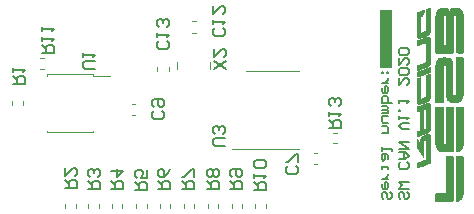
<source format=gbo>
G04 Layer_Color=32896*
%FSLAX25Y25*%
%MOIN*%
G70*
G01*
G75*
%ADD33C,0.00472*%
%ADD34C,0.00600*%
%ADD56C,0.00100*%
%ADD57C,0.00701*%
%ADD58R,0.04429X0.19193*%
D33*
X87146Y44098D02*
X91654D01*
Y70083D02*
X109370D01*
X91654Y44098D02*
X109370D01*
X23071Y74311D02*
X24370D01*
X23071Y70768D02*
X24370D01*
X13681Y58504D02*
Y59803D01*
X17224Y58504D02*
Y59803D01*
X40846Y68287D02*
X46339D01*
X25492D02*
Y68799D01*
X40846D01*
Y68287D02*
Y68799D01*
X25492Y49508D02*
Y50020D01*
Y49508D02*
X40846D01*
Y50020D01*
X120610Y45866D02*
X121909D01*
X120610Y49409D02*
X121909D01*
X78962Y24213D02*
Y25512D01*
X82506Y24213D02*
Y25512D01*
X86862Y24213D02*
Y25512D01*
X90405Y24213D02*
Y25512D01*
X94762Y24213D02*
Y25512D01*
X98305Y24213D02*
Y25512D01*
X70862Y24213D02*
Y25512D01*
X74405Y24213D02*
Y25512D01*
X62862Y24213D02*
Y25512D01*
X66405Y24213D02*
Y25512D01*
X55062Y24213D02*
Y25512D01*
X58605Y24213D02*
Y25512D01*
X34905Y24213D02*
Y25512D01*
X31362Y24213D02*
Y25512D01*
X39062Y24213D02*
Y25512D01*
X42606Y24213D02*
Y25512D01*
X46862Y24213D02*
Y25512D01*
X50406Y24213D02*
Y25512D01*
X114331Y42638D02*
X115394D01*
X114331Y38858D02*
X115394D01*
X53602Y58976D02*
X54665D01*
X53602Y55197D02*
X54665D01*
X79593Y70651D02*
Y72974D01*
X68648Y70651D02*
Y72974D01*
X73642Y86457D02*
X74980D01*
X73642Y82441D02*
X74980D01*
X66083Y69980D02*
Y71319D01*
X62067Y69980D02*
Y71319D01*
D34*
X85101Y70669D02*
X81102Y73335D01*
X85101D02*
X81102Y70669D01*
Y77334D02*
Y74668D01*
X83768Y77334D01*
X84435D01*
X85101Y76667D01*
Y75335D01*
X84435Y74668D01*
X65340Y80008D02*
X66007Y79342D01*
Y78009D01*
X65340Y77342D01*
X62674D01*
X62008Y78009D01*
Y79342D01*
X62674Y80008D01*
X62008Y81341D02*
Y82674D01*
Y82008D01*
X66007D01*
X65340Y81341D01*
Y84674D02*
X66007Y85340D01*
Y86673D01*
X65340Y87339D01*
X64674D01*
X64007Y86673D01*
Y86006D01*
Y86673D01*
X63341Y87339D01*
X62674D01*
X62008Y86673D01*
Y85340D01*
X62674Y84674D01*
X84139Y84359D02*
X84806Y83692D01*
Y82359D01*
X84139Y81693D01*
X81473D01*
X80807Y82359D01*
Y83692D01*
X81473Y84359D01*
X80807Y85692D02*
Y87024D01*
Y86358D01*
X84806D01*
X84139Y85692D01*
X80807Y91690D02*
Y89024D01*
X83473Y91690D01*
X84139D01*
X84806Y91023D01*
Y89690D01*
X84139Y89024D01*
X84609Y45079D02*
X81277D01*
X80610Y45745D01*
Y47078D01*
X81277Y47745D01*
X84609D01*
X83943Y49077D02*
X84609Y49744D01*
Y51077D01*
X83943Y51743D01*
X83276D01*
X82610Y51077D01*
Y50410D01*
Y51077D01*
X81943Y51743D01*
X81277D01*
X80610Y51077D01*
Y49744D01*
X81277Y49077D01*
X94291Y30413D02*
X98290D01*
Y32413D01*
X97624Y33079D01*
X96291D01*
X95624Y32413D01*
Y30413D01*
Y31746D02*
X94291Y33079D01*
Y34412D02*
Y35745D01*
Y35078D01*
X98290D01*
X97624Y34412D01*
Y37744D02*
X98290Y38411D01*
Y39744D01*
X97624Y40410D01*
X94958D01*
X94291Y39744D01*
Y38411D01*
X94958Y37744D01*
X97624D01*
X86417Y30512D02*
X90416D01*
Y32511D01*
X89750Y33178D01*
X88417D01*
X87750Y32511D01*
Y30512D01*
Y31845D02*
X86417Y33178D01*
X87084Y34510D02*
X86417Y35177D01*
Y36510D01*
X87084Y37176D01*
X89750D01*
X90416Y36510D01*
Y35177D01*
X89750Y34510D01*
X89083D01*
X88417Y35177D01*
Y37176D01*
X78839Y30512D02*
X82837D01*
Y32511D01*
X82171Y33178D01*
X80838D01*
X80172Y32511D01*
Y30512D01*
Y31845D02*
X78839Y33178D01*
X82171Y34510D02*
X82837Y35177D01*
Y36510D01*
X82171Y37176D01*
X81504D01*
X80838Y36510D01*
X80172Y37176D01*
X79505D01*
X78839Y36510D01*
Y35177D01*
X79505Y34510D01*
X80172D01*
X80838Y35177D01*
X81504Y34510D01*
X82171D01*
X80838Y35177D02*
Y36510D01*
X70374Y30512D02*
X74373D01*
Y32511D01*
X73706Y33178D01*
X72373D01*
X71707Y32511D01*
Y30512D01*
Y31845D02*
X70374Y33178D01*
X74373Y34510D02*
Y37176D01*
X73706D01*
X71040Y34510D01*
X70374D01*
X62500Y30512D02*
X66499D01*
Y32511D01*
X65832Y33178D01*
X64499D01*
X63833Y32511D01*
Y30512D01*
Y31845D02*
X62500Y33178D01*
X66499Y37176D02*
X65832Y35843D01*
X64499Y34510D01*
X63166D01*
X62500Y35177D01*
Y36510D01*
X63166Y37176D01*
X63833D01*
X64499Y36510D01*
Y34510D01*
X54724Y30413D02*
X58723D01*
Y32413D01*
X58057Y33079D01*
X56724D01*
X56057Y32413D01*
Y30413D01*
Y31746D02*
X54724Y33079D01*
X58723Y37078D02*
Y34412D01*
X56724D01*
X57390Y35745D01*
Y36411D01*
X56724Y37078D01*
X55391D01*
X54724Y36411D01*
Y35078D01*
X55391Y34412D01*
X46555Y30512D02*
X50554D01*
Y32511D01*
X49887Y33178D01*
X48555D01*
X47888Y32511D01*
Y30512D01*
Y31845D02*
X46555Y33178D01*
Y36510D02*
X50554D01*
X48555Y34510D01*
Y37176D01*
X38976Y30610D02*
X42975D01*
Y32610D01*
X42309Y33276D01*
X40976D01*
X40309Y32610D01*
Y30610D01*
Y31943D02*
X38976Y33276D01*
X42309Y34609D02*
X42975Y35275D01*
Y36608D01*
X42309Y37275D01*
X41642D01*
X40976Y36608D01*
Y35942D01*
Y36608D01*
X40309Y37275D01*
X39643D01*
X38976Y36608D01*
Y35275D01*
X39643Y34609D01*
X31398Y30906D02*
X35396D01*
Y32905D01*
X34730Y33571D01*
X33397D01*
X32730Y32905D01*
Y30906D01*
Y32238D02*
X31398Y33571D01*
Y37570D02*
Y34904D01*
X34063Y37570D01*
X34730D01*
X35396Y36904D01*
Y35571D01*
X34730Y34904D01*
X108352Y38394D02*
X109018Y37728D01*
Y36395D01*
X108352Y35728D01*
X105686D01*
X105020Y36395D01*
Y37728D01*
X105686Y38394D01*
X109018Y39727D02*
Y42393D01*
X108352D01*
X105686Y39727D01*
X105020D01*
X63765Y56701D02*
X64432Y56035D01*
Y54702D01*
X63765Y54035D01*
X61099D01*
X60433Y54702D01*
Y56035D01*
X61099Y56701D01*
Y58034D02*
X60433Y58701D01*
Y60034D01*
X61099Y60700D01*
X63765D01*
X64432Y60034D01*
Y58701D01*
X63765Y58034D01*
X63099D01*
X62432Y58701D01*
Y60700D01*
X13878Y65453D02*
X17877D01*
Y67452D01*
X17210Y68119D01*
X15877D01*
X15211Y67452D01*
Y65453D01*
Y66786D02*
X13878Y68119D01*
Y69451D02*
Y70784D01*
Y70118D01*
X17877D01*
X17210Y69451D01*
X23524Y75787D02*
X27522D01*
Y77787D01*
X26856Y78453D01*
X25523D01*
X24857Y77787D01*
Y75787D01*
Y77120D02*
X23524Y78453D01*
Y79786D02*
Y81119D01*
Y80453D01*
X27522D01*
X26856Y79786D01*
X23524Y83118D02*
Y84451D01*
Y83785D01*
X27522D01*
X26856Y83118D01*
X119488Y50984D02*
X123487D01*
Y52984D01*
X122820Y53650D01*
X121487D01*
X120821Y52984D01*
Y50984D01*
Y52317D02*
X119488Y53650D01*
Y54983D02*
Y56316D01*
Y55649D01*
X123487D01*
X122820Y54983D01*
Y58315D02*
X123487Y58982D01*
Y60315D01*
X122820Y60981D01*
X122154D01*
X121487Y60315D01*
Y59648D01*
Y60315D01*
X120821Y60981D01*
X120155D01*
X119488Y60315D01*
Y58982D01*
X120155Y58315D01*
X41203Y70571D02*
X37871D01*
X37205Y71237D01*
Y72570D01*
X37871Y73237D01*
X41203D01*
X37205Y74570D02*
Y75902D01*
Y75236D01*
X41203D01*
X40537Y74570D01*
D56*
X158721Y26710D02*
Y41510D01*
X163920Y28810D02*
Y41410D01*
Y45310D02*
Y57910D01*
Y61810D02*
Y74410D01*
Y76110D02*
Y88810D01*
X163821Y28410D02*
Y41510D01*
Y44910D02*
Y58010D01*
Y61410D02*
Y74510D01*
Y76110D02*
Y89210D01*
X163721Y28210D02*
Y41510D01*
Y44710D02*
Y58010D01*
Y61210D02*
Y74510D01*
Y76010D02*
Y89510D01*
X163620Y28010D02*
Y41510D01*
Y44410D02*
Y58010D01*
Y61010D02*
Y74510D01*
Y76010D02*
Y89710D01*
X163521Y27810D02*
Y41510D01*
Y44310D02*
Y58010D01*
Y60810D02*
Y74510D01*
Y76010D02*
Y89910D01*
X163420Y27610D02*
Y41510D01*
Y44110D02*
Y58010D01*
Y60610D02*
Y74510D01*
Y76010D02*
Y90010D01*
X163321Y27510D02*
Y41510D01*
Y44010D02*
Y58010D01*
Y60510D02*
Y74510D01*
Y76010D02*
Y90210D01*
X163221Y27410D02*
Y41510D01*
Y43910D02*
Y58010D01*
Y60310D02*
Y74510D01*
Y76010D02*
Y90310D01*
X163120Y27310D02*
Y41510D01*
Y43810D02*
Y58010D01*
Y60210D02*
Y74510D01*
Y76010D02*
Y90410D01*
X163021Y27210D02*
Y41510D01*
Y43710D02*
Y58010D01*
Y60110D02*
Y74510D01*
Y76010D02*
Y90510D01*
X162920Y27110D02*
Y41510D01*
Y43610D02*
Y58010D01*
Y60010D02*
Y74510D01*
Y76010D02*
Y90610D01*
X162820Y27010D02*
Y41510D01*
Y43510D02*
Y58010D01*
Y60010D02*
Y74510D01*
Y76010D02*
Y90610D01*
X162721Y26910D02*
Y41510D01*
Y43410D02*
Y58010D01*
Y59910D02*
Y74510D01*
Y76010D02*
Y90710D01*
X162620Y26910D02*
Y41510D01*
Y43410D02*
Y58010D01*
Y59810D02*
Y74510D01*
Y76010D02*
Y90710D01*
X162521Y26810D02*
Y41510D01*
Y43310D02*
Y58010D01*
Y59810D02*
Y74510D01*
Y76010D02*
Y90810D01*
X162420Y26810D02*
Y41510D01*
Y43310D02*
Y58010D01*
Y59710D02*
Y74510D01*
Y76010D02*
Y90810D01*
X162320Y26710D02*
Y41510D01*
Y43210D02*
Y58010D01*
Y59710D02*
Y74510D01*
Y76010D02*
Y90910D01*
X162221Y26710D02*
Y41510D01*
Y43210D02*
Y58010D01*
Y59710D02*
Y74510D01*
Y76110D02*
Y90910D01*
X162120Y26710D02*
Y41510D01*
Y43210D02*
Y58010D01*
Y59610D02*
Y74510D01*
Y76110D02*
Y90910D01*
X162021Y26710D02*
Y41510D01*
Y43110D02*
Y58010D01*
Y59610D02*
Y74510D01*
Y76110D02*
Y90910D01*
X161920Y26710D02*
Y41510D01*
Y43110D02*
Y58010D01*
Y59610D02*
Y74510D01*
Y76110D02*
Y90910D01*
X161820Y26710D02*
Y41510D01*
Y43110D02*
Y58010D01*
Y59610D02*
Y74510D01*
Y76110D02*
Y90910D01*
X161721Y26710D02*
Y41510D01*
Y43110D02*
Y58010D01*
Y59610D02*
Y74510D01*
Y76110D02*
Y90910D01*
X161620Y26710D02*
Y41510D01*
Y43110D02*
Y58010D01*
Y59610D02*
Y74410D01*
Y76110D02*
Y90910D01*
X161521Y26810D02*
Y41310D01*
Y43210D02*
Y57810D01*
Y59610D02*
Y74310D01*
Y76310D02*
Y90910D01*
X161421Y59610D02*
Y62010D01*
Y88510D02*
Y90910D01*
X161320Y59610D02*
Y62010D01*
Y88510D02*
Y90910D01*
X161221Y59610D02*
Y62010D01*
Y88510D02*
Y90910D01*
X161120Y59610D02*
Y62010D01*
Y88510D02*
Y90910D01*
X161021Y59610D02*
Y62010D01*
Y88510D02*
Y90910D01*
X160921Y59610D02*
Y62010D01*
Y88510D02*
Y90910D01*
X160820Y59610D02*
Y62010D01*
Y88510D02*
Y90910D01*
X160721Y59610D02*
Y62010D01*
Y88510D02*
Y90910D01*
X160620Y59610D02*
Y62010D01*
Y88410D02*
Y90910D01*
X160521Y26810D02*
Y41410D01*
Y43210D02*
Y57910D01*
Y59610D02*
Y62010D01*
Y76210D02*
Y90910D01*
X160421Y26710D02*
Y41510D01*
Y43110D02*
Y58010D01*
Y59610D02*
Y72510D01*
Y76110D02*
Y90910D01*
X160320Y26710D02*
Y41510D01*
Y43110D02*
Y58010D01*
Y59610D02*
Y72910D01*
Y76110D02*
Y90910D01*
X160221Y26710D02*
Y41510D01*
Y43110D02*
Y58010D01*
Y59610D02*
Y73210D01*
Y76010D02*
Y90910D01*
X160120Y26710D02*
Y41510D01*
Y43110D02*
Y58010D01*
Y59610D02*
Y73410D01*
Y76010D02*
Y90910D01*
X160020Y26710D02*
Y41510D01*
Y43110D02*
Y58010D01*
Y59610D02*
Y73610D01*
Y76010D02*
Y90810D01*
X159921Y26710D02*
Y41510D01*
Y43110D02*
Y58010D01*
Y59610D02*
Y73810D01*
Y76010D02*
Y90710D01*
X159820Y26710D02*
Y41510D01*
Y43110D02*
Y58010D01*
Y59710D02*
Y73910D01*
Y76010D02*
Y90610D01*
X159721Y26710D02*
Y41510D01*
Y43110D02*
Y58010D01*
Y59710D02*
Y74010D01*
Y76010D02*
Y90510D01*
X159620Y26710D02*
Y41510D01*
Y43110D02*
Y58010D01*
Y59710D02*
Y74110D01*
Y76010D02*
Y90310D01*
X159520Y26710D02*
Y41510D01*
Y43110D02*
Y58010D01*
Y59810D02*
Y74210D01*
Y76010D02*
Y90110D01*
X159421Y26710D02*
Y41510D01*
Y43110D02*
Y58010D01*
Y59810D02*
Y74210D01*
Y76010D02*
Y89910D01*
X159320Y26710D02*
Y41510D01*
Y43110D02*
Y58010D01*
Y59910D02*
Y74310D01*
Y76010D02*
Y89810D01*
X159221Y26710D02*
Y41510D01*
Y43110D02*
Y58010D01*
Y60010D02*
Y74310D01*
Y76010D02*
Y90010D01*
X159121Y26710D02*
Y41510D01*
Y43110D02*
Y58010D01*
Y60110D02*
Y74410D01*
Y76010D02*
Y90310D01*
X159020Y26710D02*
Y41510D01*
Y43110D02*
Y58010D01*
Y60210D02*
Y74410D01*
Y76010D02*
Y90510D01*
X158921Y26710D02*
Y41510D01*
Y43110D02*
Y58010D01*
Y60310D02*
Y74410D01*
Y76010D02*
Y90610D01*
X158820Y26710D02*
Y41510D01*
Y43110D02*
Y58010D01*
Y60410D02*
Y74410D01*
Y76010D02*
Y90710D01*
X158721Y43110D02*
Y58010D01*
Y60610D02*
Y74410D01*
Y76010D02*
Y90810D01*
X158621Y26710D02*
Y41510D01*
Y43110D02*
Y58010D01*
Y60710D02*
Y74410D01*
Y76010D02*
Y90910D01*
X158520Y26710D02*
Y41510D01*
Y43110D02*
Y58010D01*
Y61010D02*
Y74410D01*
Y76010D02*
Y90910D01*
X158421Y26710D02*
Y41510D01*
Y43110D02*
Y58010D01*
Y61210D02*
Y74410D01*
Y76010D02*
Y90910D01*
X158320Y26710D02*
Y41410D01*
Y43110D02*
Y57910D01*
Y61710D02*
Y74410D01*
Y76010D02*
Y78610D01*
Y88410D02*
Y90910D01*
X158221Y26710D02*
Y29110D01*
Y43110D02*
Y45510D01*
Y71910D02*
Y74410D01*
Y76010D02*
Y78510D01*
Y88510D02*
Y90910D01*
X158121Y26710D02*
Y29110D01*
Y43110D02*
Y45510D01*
Y72010D02*
Y74510D01*
Y76010D02*
Y78510D01*
Y88510D02*
Y90910D01*
X158020Y26710D02*
Y29110D01*
Y43110D02*
Y45510D01*
Y72010D02*
Y74510D01*
Y76010D02*
Y78510D01*
Y88510D02*
Y90910D01*
X157921Y26710D02*
Y29110D01*
Y43110D02*
Y45510D01*
Y72010D02*
Y74510D01*
Y76010D02*
Y78510D01*
Y88510D02*
Y90910D01*
X157820Y26710D02*
Y29110D01*
Y43110D02*
Y45510D01*
Y72010D02*
Y74510D01*
Y76010D02*
Y78510D01*
Y88510D02*
Y90910D01*
X157720Y26710D02*
Y29110D01*
Y43110D02*
Y45510D01*
Y72010D02*
Y74510D01*
Y76010D02*
Y78510D01*
Y88510D02*
Y90910D01*
X157621Y26710D02*
Y29110D01*
Y43110D02*
Y45510D01*
Y72010D02*
Y74510D01*
Y76010D02*
Y78510D01*
Y88510D02*
Y90910D01*
X157520Y26710D02*
Y29110D01*
Y43110D02*
Y45510D01*
Y72010D02*
Y74510D01*
Y76010D02*
Y78510D01*
Y88510D02*
Y90910D01*
X157421Y26710D02*
Y29110D01*
Y43110D02*
Y45510D01*
Y72010D02*
Y74510D01*
Y76010D02*
Y78510D01*
Y88510D02*
Y90910D01*
X157320Y26710D02*
Y29110D01*
Y43110D02*
Y45910D01*
Y47710D02*
Y57810D01*
Y71910D02*
Y74410D01*
Y76010D02*
Y78510D01*
Y88510D02*
Y90910D01*
X157220Y26710D02*
Y29110D01*
Y43110D02*
Y57910D01*
Y59710D02*
Y74410D01*
Y76010D02*
Y90910D01*
X157121Y26710D02*
Y29110D01*
Y43110D02*
Y58010D01*
Y59610D02*
Y74410D01*
Y76010D02*
Y90910D01*
X157020Y26710D02*
Y29110D01*
Y43110D02*
Y58010D01*
Y59610D02*
Y74410D01*
Y76010D02*
Y90910D01*
X156921Y26710D02*
Y29110D01*
Y43110D02*
Y58010D01*
Y59610D02*
Y74410D01*
Y76010D02*
Y90910D01*
X156820Y26710D02*
Y29110D01*
Y43110D02*
Y58010D01*
Y59610D02*
Y74410D01*
Y76010D02*
Y90910D01*
X156720Y26710D02*
Y29110D01*
Y43210D02*
Y58010D01*
Y59610D02*
Y74410D01*
Y76010D02*
Y90910D01*
X156621Y26710D02*
Y29110D01*
Y43210D02*
Y58010D01*
Y59610D02*
Y74410D01*
Y76010D02*
Y90910D01*
X156520Y26710D02*
Y29110D01*
Y43210D02*
Y58010D01*
Y59610D02*
Y74410D01*
Y76010D02*
Y90910D01*
X156421Y26710D02*
Y29110D01*
Y43210D02*
Y58010D01*
Y59610D02*
Y74410D01*
Y76010D02*
Y90810D01*
X156321Y26710D02*
Y29110D01*
Y43310D02*
Y58010D01*
Y59610D02*
Y74310D01*
Y76010D02*
Y90810D01*
X156220Y26710D02*
Y29110D01*
Y43310D02*
Y58010D01*
Y59610D02*
Y74310D01*
Y76010D02*
Y90810D01*
X156121Y26710D02*
Y29110D01*
Y43410D02*
Y58010D01*
Y59610D02*
Y74210D01*
Y76010D02*
Y90710D01*
X156020Y26710D02*
Y29110D01*
Y43410D02*
Y58010D01*
Y59610D02*
Y74210D01*
Y76010D02*
Y90710D01*
X155921Y26710D02*
Y29110D01*
Y43510D02*
Y58010D01*
Y59610D02*
Y74110D01*
Y76010D02*
Y90610D01*
X155821Y26710D02*
Y29110D01*
Y43610D02*
Y58010D01*
Y59610D02*
Y74110D01*
Y76010D02*
Y90510D01*
X155720Y26710D02*
Y29110D01*
Y43710D02*
Y58010D01*
Y59610D02*
Y74010D01*
Y76010D02*
Y90510D01*
X155621Y26710D02*
Y29110D01*
Y43810D02*
Y58010D01*
Y59610D02*
Y73910D01*
Y76010D02*
Y90410D01*
X155520Y26710D02*
Y29110D01*
Y43910D02*
Y58010D01*
Y59610D02*
Y73810D01*
Y76010D02*
Y90310D01*
X155420Y26710D02*
Y29110D01*
Y44010D02*
Y58010D01*
Y59610D02*
Y73710D01*
Y76010D02*
Y90110D01*
X155321Y26710D02*
Y29110D01*
Y44210D02*
Y58010D01*
Y59610D02*
Y73510D01*
Y76010D02*
Y90010D01*
X155220Y26710D02*
Y29110D01*
Y44310D02*
Y58010D01*
Y59610D02*
Y73310D01*
Y76010D02*
Y89810D01*
X155121Y26710D02*
Y29110D01*
Y44510D02*
Y58010D01*
Y59610D02*
Y73110D01*
Y76010D02*
Y89610D01*
X155020Y26710D02*
Y29110D01*
Y44810D02*
Y58010D01*
Y59610D02*
Y72810D01*
Y76110D02*
Y89310D01*
X154920Y26710D02*
Y29110D01*
Y45110D02*
Y58010D01*
Y59610D02*
Y72510D01*
Y76110D02*
Y89010D01*
X154821Y26710D02*
Y29010D01*
Y45610D02*
Y57910D01*
Y59710D02*
Y71910D01*
Y76210D02*
Y88410D01*
X153021Y39510D02*
Y48410D01*
Y50610D02*
Y58810D01*
Y61010D02*
Y69010D01*
Y69710D02*
Y71210D01*
Y72710D02*
Y80710D01*
Y83110D02*
Y90910D01*
X152920Y39310D02*
Y48510D01*
Y50410D02*
Y58910D01*
Y60810D02*
Y69010D01*
Y69610D02*
Y71210D01*
Y72410D02*
Y80910D01*
Y82810D02*
Y90910D01*
X152821Y39310D02*
Y48610D01*
Y50210D02*
Y59010D01*
Y60610D02*
Y69010D01*
Y69610D02*
Y71110D01*
Y72210D02*
Y81010D01*
Y82610D02*
Y90910D01*
X152720Y39210D02*
Y48710D01*
Y50110D02*
Y59110D01*
Y60510D02*
Y68910D01*
Y69510D02*
Y71110D01*
Y72110D02*
Y81110D01*
Y82510D02*
Y90910D01*
X152620Y39210D02*
Y48710D01*
Y49910D02*
Y59110D01*
Y60410D02*
Y68910D01*
Y69510D02*
Y71010D01*
Y71910D02*
Y81210D01*
Y82410D02*
Y90910D01*
X152521Y39210D02*
Y48810D01*
Y49810D02*
Y59210D01*
Y60310D02*
Y68810D01*
Y69510D02*
Y71010D01*
Y71810D02*
Y81210D01*
Y82210D02*
Y90910D01*
X152420Y39110D02*
Y48810D01*
Y49710D02*
Y59310D01*
Y60210D02*
Y68810D01*
Y69410D02*
Y71010D01*
Y71710D02*
Y81310D01*
Y82110D02*
Y90810D01*
X152321Y39110D02*
Y48810D01*
Y49610D02*
Y59310D01*
Y60110D02*
Y68810D01*
Y69410D02*
Y70910D01*
Y71610D02*
Y81310D01*
Y82010D02*
Y90810D01*
X152220Y39110D02*
Y48810D01*
Y49510D02*
Y59310D01*
Y60010D02*
Y68710D01*
Y69310D02*
Y70910D01*
Y71510D02*
Y81310D01*
Y81910D02*
Y90810D01*
X152120Y39010D02*
Y48810D01*
Y49510D02*
Y59310D01*
Y59910D02*
Y68710D01*
Y69310D02*
Y70910D01*
Y71510D02*
Y81310D01*
Y81910D02*
Y90710D01*
X152021Y39010D02*
Y48810D01*
Y49410D02*
Y59310D01*
Y59910D02*
Y68710D01*
Y69310D02*
Y70810D01*
Y71410D02*
Y81310D01*
Y81810D02*
Y90710D01*
X151920Y39010D02*
Y48810D01*
Y49410D02*
Y59210D01*
Y59810D02*
Y68610D01*
Y69210D02*
Y70810D01*
Y71410D02*
Y81210D01*
Y81810D02*
Y90610D01*
X151821Y38910D02*
Y48810D01*
Y49310D02*
Y59210D01*
Y59810D02*
Y68510D01*
Y69210D02*
Y70810D01*
Y71310D02*
Y81210D01*
Y81810D02*
Y90510D01*
X151720Y38910D02*
Y40510D01*
Y47110D02*
Y48710D01*
Y49310D02*
Y50910D01*
Y57610D02*
Y59110D01*
Y59710D02*
Y61410D01*
Y69210D02*
Y70710D01*
Y71310D02*
Y73010D01*
Y79610D02*
Y81210D01*
Y81710D02*
Y83410D01*
X151620Y38810D02*
Y40410D01*
Y47110D02*
Y48710D01*
Y49310D02*
Y50810D01*
Y57610D02*
Y59110D01*
Y59710D02*
Y61310D01*
Y69110D02*
Y70710D01*
Y71310D02*
Y72810D01*
Y79610D02*
Y81110D01*
Y81710D02*
Y83210D01*
X151521Y38810D02*
Y40410D01*
Y47110D02*
Y48610D01*
Y49310D02*
Y50810D01*
Y57510D02*
Y59110D01*
Y59610D02*
Y61210D01*
Y69110D02*
Y70610D01*
Y71210D02*
Y72810D01*
Y79510D02*
Y81110D01*
Y81710D02*
Y83210D01*
X151420Y38810D02*
Y40310D01*
Y47110D02*
Y48610D01*
Y49210D02*
Y50710D01*
Y57510D02*
Y59010D01*
Y59610D02*
Y61210D01*
Y69110D02*
Y70610D01*
Y71210D02*
Y72810D01*
Y79510D02*
Y81110D01*
Y81610D02*
Y83210D01*
X151321Y38710D02*
Y40310D01*
Y47010D02*
Y48610D01*
Y49210D02*
Y50710D01*
Y57510D02*
Y59010D01*
Y59610D02*
Y61110D01*
Y69010D02*
Y70610D01*
Y71210D02*
Y72710D01*
Y79510D02*
Y81010D01*
Y81610D02*
Y83110D01*
X151221Y38710D02*
Y40210D01*
Y47010D02*
Y48510D01*
Y49110D02*
Y50710D01*
Y57410D02*
Y59010D01*
Y59510D02*
Y61110D01*
Y69010D02*
Y70510D01*
Y71110D02*
Y72710D01*
Y79410D02*
Y81010D01*
Y81510D02*
Y83110D01*
X151120Y38710D02*
Y40210D01*
Y46910D02*
Y48510D01*
Y49110D02*
Y50610D01*
Y57410D02*
Y58910D01*
Y59510D02*
Y61110D01*
Y68910D02*
Y70510D01*
Y71110D02*
Y72710D01*
Y79410D02*
Y80910D01*
Y81510D02*
Y83110D01*
X151021Y38610D02*
Y40210D01*
Y46910D02*
Y48510D01*
Y49110D02*
Y50610D01*
Y57310D02*
Y58910D01*
Y59510D02*
Y61010D01*
Y68910D02*
Y70510D01*
Y71110D02*
Y72610D01*
Y79410D02*
Y80910D01*
Y81510D02*
Y83010D01*
Y90110D02*
Y90310D01*
X150920Y38610D02*
Y40110D01*
Y46810D02*
Y48410D01*
Y49010D02*
Y50610D01*
Y57310D02*
Y58910D01*
Y59410D02*
Y61010D01*
Y68910D02*
Y70410D01*
Y71010D02*
Y72610D01*
Y79310D02*
Y80910D01*
Y81410D02*
Y83010D01*
Y89710D02*
Y90310D01*
X150821Y38510D02*
Y40110D01*
Y41410D02*
Y48410D01*
Y49010D02*
Y58810D01*
Y59410D02*
Y61010D01*
Y68810D02*
Y70410D01*
Y71010D02*
Y72510D01*
Y79310D02*
Y80810D01*
Y81410D02*
Y83010D01*
Y89510D02*
Y90210D01*
X150721Y38510D02*
Y40110D01*
Y41410D02*
Y48310D01*
Y49010D02*
Y58810D01*
Y59410D02*
Y60910D01*
Y68810D02*
Y70310D01*
Y71010D02*
Y72510D01*
Y79210D02*
Y80810D01*
Y81410D02*
Y82910D01*
Y89210D02*
Y90210D01*
X150620Y38510D02*
Y40010D01*
Y41510D02*
Y48310D01*
Y48910D02*
Y58710D01*
Y59310D02*
Y60910D01*
Y68810D02*
Y70310D01*
Y70910D02*
Y72510D01*
Y79210D02*
Y80810D01*
Y81310D02*
Y82910D01*
Y89010D02*
Y90110D01*
X150521Y38410D02*
Y40010D01*
Y41710D02*
Y48210D01*
Y48910D02*
Y58710D01*
Y59310D02*
Y60810D01*
Y68710D02*
Y70310D01*
Y70910D02*
Y72410D01*
Y79210D02*
Y80710D01*
Y81310D02*
Y82810D01*
Y88810D02*
Y90110D01*
X150420Y38410D02*
Y40010D01*
Y41810D02*
Y48110D01*
Y48810D02*
Y58710D01*
Y59210D02*
Y60810D01*
Y68710D02*
Y70210D01*
Y70910D02*
Y72410D01*
Y79110D02*
Y80710D01*
Y81310D02*
Y82810D01*
Y88610D02*
Y90110D01*
X150320Y38410D02*
Y39910D01*
Y42010D02*
Y48010D01*
Y48810D02*
Y58610D01*
Y59210D02*
Y60810D01*
Y68610D02*
Y70210D01*
Y70810D02*
Y72410D01*
Y79110D02*
Y80610D01*
Y81210D02*
Y82810D01*
Y88510D02*
Y90010D01*
X150221Y38310D02*
Y39910D01*
Y42210D02*
Y47910D01*
Y48810D02*
Y58610D01*
Y59210D02*
Y60710D01*
Y68610D02*
Y70210D01*
Y70810D02*
Y72310D01*
Y79110D02*
Y80610D01*
Y81210D02*
Y82710D01*
Y88410D02*
Y90010D01*
X150120Y38310D02*
Y39910D01*
Y42310D02*
Y47810D01*
Y48710D02*
Y58610D01*
Y59110D02*
Y60710D01*
Y68610D02*
Y70110D01*
Y70710D02*
Y72310D01*
Y79010D02*
Y80610D01*
Y81110D02*
Y82710D01*
Y88410D02*
Y90010D01*
X150021Y38310D02*
Y39810D01*
Y42510D02*
Y47610D01*
Y48710D02*
Y58510D01*
Y59110D02*
Y60710D01*
Y68510D02*
Y70110D01*
Y70710D02*
Y72310D01*
Y79010D02*
Y80510D01*
Y81110D02*
Y82710D01*
Y88410D02*
Y89910D01*
X149920Y38210D02*
Y39810D01*
Y42710D02*
Y47410D01*
Y48710D02*
Y58510D01*
Y59110D02*
Y60610D01*
Y68510D02*
Y70110D01*
Y70710D02*
Y72210D01*
Y78910D02*
Y80510D01*
Y81110D02*
Y82610D01*
Y88310D02*
Y89910D01*
X149820Y38210D02*
Y39710D01*
Y42810D02*
Y47110D01*
Y48610D02*
Y58410D01*
Y59010D02*
Y67810D01*
Y68510D02*
Y70010D01*
Y70610D02*
Y72210D01*
Y78910D02*
Y80510D01*
Y81010D02*
Y89910D01*
X149721Y38110D02*
Y39710D01*
Y43010D02*
Y45710D01*
Y48610D02*
Y58410D01*
Y59010D02*
Y67810D01*
Y68410D02*
Y70010D01*
Y70610D02*
Y72110D01*
Y78910D02*
Y80410D01*
Y81010D02*
Y89810D01*
X149620Y38110D02*
Y39710D01*
Y43110D02*
Y45810D01*
Y48510D02*
Y58410D01*
Y59010D02*
Y67810D01*
Y68410D02*
Y69910D01*
Y70610D02*
Y72110D01*
Y78810D02*
Y80410D01*
Y81010D02*
Y89810D01*
X149521Y38110D02*
Y39610D01*
Y43310D02*
Y45910D01*
Y48510D02*
Y50110D01*
Y56710D02*
Y58310D01*
Y58910D02*
Y67810D01*
Y68410D02*
Y69910D01*
Y70510D02*
Y72110D01*
Y78810D02*
Y80310D01*
Y80910D02*
Y89810D01*
X149420Y38010D02*
Y39610D01*
Y43410D02*
Y46110D01*
Y48510D02*
Y50010D01*
Y56710D02*
Y58310D01*
Y58910D02*
Y67710D01*
Y68310D02*
Y69910D01*
Y70510D02*
Y72010D01*
Y78810D02*
Y80310D01*
Y80910D02*
Y89710D01*
X149320Y38010D02*
Y39610D01*
Y43610D02*
Y46310D01*
Y48410D02*
Y50010D01*
Y56710D02*
Y58310D01*
Y58910D02*
Y67710D01*
Y68310D02*
Y69810D01*
Y70410D02*
Y72010D01*
Y78710D02*
Y80310D01*
Y80910D02*
Y89710D01*
X149221Y38010D02*
Y39510D01*
Y43710D02*
Y46410D01*
Y48410D02*
Y50010D01*
Y56710D02*
Y58210D01*
Y59010D02*
Y67710D01*
Y68210D02*
Y69810D01*
Y70410D02*
Y72010D01*
Y78710D02*
Y80210D01*
Y80910D02*
Y89610D01*
X149120Y37910D02*
Y39510D01*
Y43910D02*
Y46610D01*
Y48410D02*
Y49910D01*
Y56610D02*
Y58210D01*
Y59010D02*
Y67610D01*
Y68210D02*
Y69810D01*
Y70410D02*
Y71910D01*
Y78710D02*
Y80210D01*
Y81010D02*
Y89610D01*
X149021Y37910D02*
Y39410D01*
Y44010D02*
Y46710D01*
Y48310D02*
Y49910D01*
Y56610D02*
Y58110D01*
Y59010D02*
Y67610D01*
Y68210D02*
Y69710D01*
Y70310D02*
Y71910D01*
Y78610D02*
Y80210D01*
Y81010D02*
Y89610D01*
X148921Y37910D02*
Y39410D01*
Y44110D02*
Y46910D01*
Y48310D02*
Y49910D01*
Y56610D02*
Y58110D01*
Y59110D02*
Y67610D01*
Y68110D02*
Y69710D01*
Y70310D02*
Y71810D01*
Y78610D02*
Y80110D01*
Y81110D02*
Y89510D01*
X148820Y37810D02*
Y39410D01*
Y44310D02*
Y47010D01*
Y48310D02*
Y49810D01*
Y56510D02*
Y58110D01*
Y59210D02*
Y67510D01*
Y68110D02*
Y69610D01*
Y70210D02*
Y71810D01*
Y78510D02*
Y80110D01*
Y81110D02*
Y89510D01*
X148721Y37810D02*
Y39310D01*
Y44510D02*
Y47210D01*
Y48210D02*
Y49810D01*
Y56510D02*
Y58010D01*
Y59310D02*
Y67510D01*
Y68110D02*
Y69610D01*
Y70210D02*
Y71810D01*
Y78510D02*
Y80110D01*
Y81210D02*
Y89510D01*
X148620Y37810D02*
Y39310D01*
Y44810D02*
Y47210D01*
Y48310D02*
Y49710D01*
Y56510D02*
Y57910D01*
Y59410D02*
Y67410D01*
Y68110D02*
Y69510D01*
Y70210D02*
Y71710D01*
Y78510D02*
Y80010D01*
Y81410D02*
Y89410D01*
D57*
X145307Y29622D02*
X145857Y29072D01*
Y27972D01*
X145307Y27423D01*
X144757D01*
X144208Y27972D01*
Y29072D01*
X143658Y29622D01*
X143108D01*
X142559Y29072D01*
Y27972D01*
X143108Y27423D01*
X145857Y30721D02*
X142559D01*
X143658Y31820D01*
X142559Y32920D01*
X145857D01*
X145307Y39516D02*
X145857Y38966D01*
Y37867D01*
X145307Y37317D01*
X143108D01*
X142559Y37867D01*
Y38966D01*
X143108Y39516D01*
X142559Y40615D02*
X144757D01*
X145857Y41715D01*
X144757Y42814D01*
X142559D01*
X144208D01*
Y40615D01*
X142559Y43913D02*
X145857D01*
X142559Y46112D01*
X145857D01*
Y50510D02*
X143658D01*
X142559Y51609D01*
X143658Y52709D01*
X145857D01*
X142559Y53808D02*
Y54907D01*
Y54358D01*
X145857D01*
X145307Y53808D01*
X142559Y56556D02*
X143108D01*
Y57106D01*
X142559D01*
Y56556D01*
Y59305D02*
Y60404D01*
Y59855D01*
X145857D01*
X145307Y59305D01*
X142559Y67550D02*
Y65351D01*
X144757Y67550D01*
X145307D01*
X145857Y67001D01*
Y65901D01*
X145307Y65351D01*
Y68650D02*
X145857Y69199D01*
Y70299D01*
X145307Y70848D01*
X143108D01*
X142559Y70299D01*
Y69199D01*
X143108Y68650D01*
X145307D01*
X142559Y74146D02*
Y71948D01*
X144757Y74146D01*
X145307D01*
X145857Y73597D01*
Y72497D01*
X145307Y71948D01*
Y75246D02*
X145857Y75796D01*
Y76895D01*
X145307Y77445D01*
X143108D01*
X142559Y76895D01*
Y75796D01*
X143108Y75246D01*
X145307D01*
X139667Y29622D02*
X140217Y29072D01*
Y27972D01*
X139667Y27423D01*
X139118D01*
X138568Y27972D01*
Y29072D01*
X138018Y29622D01*
X137469D01*
X136919Y29072D01*
Y27972D01*
X137469Y27423D01*
X136919Y32370D02*
Y31271D01*
X137469Y30721D01*
X138568D01*
X139118Y31271D01*
Y32370D01*
X138568Y32920D01*
X138018D01*
Y30721D01*
X139118Y34019D02*
X136919D01*
X138018D01*
X138568Y34569D01*
X139118Y35118D01*
Y35668D01*
X136919Y37317D02*
Y38417D01*
Y37867D01*
X139118D01*
Y37317D01*
Y40615D02*
Y41715D01*
X138568Y42265D01*
X136919D01*
Y40615D01*
X137469Y40066D01*
X138018Y40615D01*
Y42265D01*
X136919Y43364D02*
Y44463D01*
Y43913D01*
X140217D01*
Y43364D01*
X136919Y49410D02*
X139118D01*
Y51060D01*
X138568Y51609D01*
X136919D01*
X139118Y52709D02*
X137469D01*
X136919Y53258D01*
Y54907D01*
X139118D01*
X136919Y56007D02*
X139118D01*
Y56556D01*
X138568Y57106D01*
X136919D01*
X138568D01*
X139118Y57656D01*
X138568Y58205D01*
X136919D01*
X140217Y59305D02*
X136919D01*
Y60954D01*
X137469Y61504D01*
X138018D01*
X138568D01*
X139118Y60954D01*
Y59305D01*
X136919Y64252D02*
Y63153D01*
X137469Y62603D01*
X138568D01*
X139118Y63153D01*
Y64252D01*
X138568Y64802D01*
X138018D01*
Y62603D01*
X139118Y65901D02*
X136919D01*
X138018D01*
X138568Y66451D01*
X139118Y67001D01*
Y67550D01*
Y69199D02*
Y69749D01*
X138568D01*
Y69199D01*
X139118D01*
X137469D02*
Y69749D01*
X136919D01*
Y69199D01*
X137469D01*
D58*
X138334Y80610D02*
D03*
M02*

</source>
